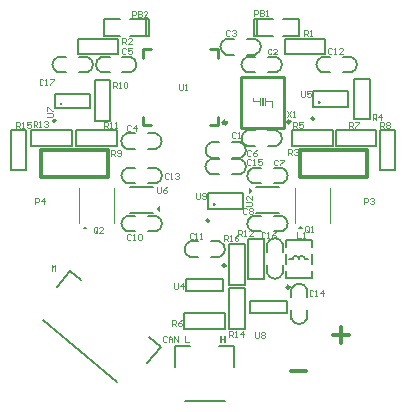
<source format=gto>
G04*
G04 #@! TF.GenerationSoftware,Altium Limited,Altium Designer,20.0.13 (296)*
G04*
G04 Layer_Color=65535*
%FSLAX44Y44*%
%MOMM*%
G71*
G01*
G75*
%ADD10C,0.2500*%
%ADD11C,0.2000*%
%ADD12C,0.2540*%
%ADD13C,0.3000*%
%ADD14C,0.2032*%
%ADD15C,0.1600*%
%ADD16C,0.1000*%
%ADD17C,0.1778*%
%ADD18C,0.3048*%
%ADD19C,0.2200*%
%ADD20C,0.3400*%
G36*
X965650Y494350D02*
X959990Y494350D01*
X962820Y497180D01*
X965650Y494350D01*
D01*
D02*
G37*
G36*
X1026250Y514760D02*
X1026250Y509100D01*
X1023420Y511930D01*
X1026250Y514760D01*
D01*
D02*
G37*
G36*
X1102056Y524116D02*
X1102056Y529776D01*
X1104886Y526946D01*
X1102056Y524116D01*
D01*
D02*
G37*
G36*
X1148432Y494316D02*
X1142772Y494316D01*
X1145602Y497146D01*
X1148432Y494316D01*
D01*
D02*
G37*
G36*
X1048536Y398846D02*
X1051754D01*
Y397764D01*
X1047242D01*
Y404116D01*
X1048536D01*
Y398846D01*
D02*
G37*
G36*
X1082327Y397764D02*
X1081032D01*
Y400565D01*
X1078508D01*
Y397764D01*
X1077214D01*
Y404162D01*
X1078508D01*
Y401647D01*
X1081032D01*
Y404162D01*
X1082327D01*
Y397764D01*
D02*
G37*
D10*
X1136112Y445436D02*
G03*
X1136112Y445436I-1250J0D01*
G01*
X1082010Y463550D02*
G03*
X1082010Y463550I-1250J0D01*
G01*
D11*
X1137666Y418841D02*
G03*
X1150874Y418841I6604J2291D01*
G01*
Y443743D02*
G03*
X1137666Y443743I-6604J-2291D01*
G01*
X1130300Y482097D02*
G03*
X1117092Y482097I-6604J-2291D01*
G01*
Y457195D02*
G03*
X1130300Y457195I6604J2291D01*
G01*
X1076711Y470916D02*
G03*
X1076711Y484124I-2291J6604D01*
G01*
X1051809D02*
G03*
X1051809Y470916I2291J-6604D01*
G01*
X1144016Y469298D02*
G03*
X1138936Y469298I-2540J0D01*
G01*
X1149096D02*
G03*
X1144016Y469298I-2540J0D01*
G01*
X1129837Y492522D02*
G03*
X1129837Y505730I-2291J6604D01*
G01*
X1104936D02*
G03*
X1104936Y492522I2291J-6604D01*
G01*
Y546370D02*
G03*
X1104936Y533162I2291J-6604D01*
G01*
X1129837D02*
G03*
X1129837Y546370I-2291J6604D01*
G01*
X1094491Y540766D02*
G03*
X1094491Y553974I-2291J6604D01*
G01*
X1069589D02*
G03*
X1069589Y540766I2291J-6604D01*
G01*
X1094491Y554736D02*
G03*
X1094491Y567944I-2291J6604D01*
G01*
X1069589D02*
G03*
X1069589Y554736I2291J-6604D01*
G01*
X1100069Y578104D02*
G03*
X1100069Y564896I2291J-6604D01*
G01*
X1124971D02*
G03*
X1124971Y578104I-2291J6604D01*
G01*
X1188471Y627126D02*
G03*
X1188471Y640334I-2291J6604D01*
G01*
X1163569D02*
G03*
X1163569Y627126I2291J-6604D01*
G01*
X1124971D02*
G03*
X1124971Y640334I-2291J6604D01*
G01*
X1100069D02*
G03*
X1100069Y627126I2291J-6604D01*
G01*
X1082289Y655558D02*
G03*
X1082289Y642350I2291J-6604D01*
G01*
X1107191D02*
G03*
X1107191Y655558I-2291J6604D01*
G01*
X1023371Y492506D02*
G03*
X1023371Y505714I-2291J6604D01*
G01*
X998469D02*
G03*
X998469Y492506I2291J-6604D01*
G01*
Y546370D02*
G03*
X998469Y533162I2291J-6604D01*
G01*
X1023371D02*
G03*
X1023371Y546370I-2291J6604D01*
G01*
X1023117Y562356D02*
G03*
X1023117Y575564I-2291J6604D01*
G01*
X998215D02*
G03*
X998215Y562356I2291J-6604D01*
G01*
X964951Y627126D02*
G03*
X964951Y640334I-2291J6604D01*
G01*
X940049D02*
G03*
X940049Y627126I2291J-6604D01*
G01*
X976879Y640334D02*
G03*
X976879Y627126I2291J-6604D01*
G01*
X1001781D02*
G03*
X1001781Y640334I-2291J6604D01*
G01*
X950285Y459107D02*
X959861Y451072D01*
X939036Y445701D02*
X950285Y459107D01*
X1015641Y381422D02*
X1026890Y394828D01*
X1017314Y402863D02*
X1026890Y394828D01*
X927290Y417701D02*
X990106Y364992D01*
X1089260Y377989D02*
Y395489D01*
X1076760D02*
X1089260D01*
X1039260D02*
X1051760D01*
X1039260Y377989D02*
Y395489D01*
X1047260Y348989D02*
X1081260D01*
X1102862Y423846D02*
X1133862D01*
X1102862Y433926D02*
X1133862D01*
X1102862Y423846D02*
Y433926D01*
X1133862Y423846D02*
Y433926D01*
X1137666Y418841D02*
Y425958D01*
X1150874Y418841D02*
Y425958D01*
X1137666Y436626D02*
Y443743D01*
X1150874Y436626D02*
Y443743D01*
X1130300Y474980D02*
Y482097D01*
X1117092Y474980D02*
Y482097D01*
X1130300Y457195D02*
Y464312D01*
X1117092Y457195D02*
Y464312D01*
X1048760Y441960D02*
X1079760D01*
X1048760Y452040D02*
X1079760D01*
X1048760Y441960D02*
Y452040D01*
X1079760Y441960D02*
Y452040D01*
X1069594Y470916D02*
X1076711D01*
X1069594Y484124D02*
X1076711D01*
X1051809Y470916D02*
X1058926D01*
X1051809Y484124D02*
X1058926D01*
X1149096Y469298D02*
X1152016D01*
X1136016D02*
X1138936D01*
X1155016Y465298D02*
Y473298D01*
X1133016Y465298D02*
Y473298D01*
X1122720Y492522D02*
X1129837D01*
X1122720Y505730D02*
X1129837D01*
X1104936Y492522D02*
X1112052D01*
X1104936Y505730D02*
X1112052D01*
X1107386Y508446D02*
X1127386D01*
X1107386Y530446D02*
X1127386D01*
X1104936Y546370D02*
X1112052D01*
X1104936Y533162D02*
X1112052D01*
X1122720Y546370D02*
X1129837D01*
X1122720Y533162D02*
X1129837D01*
X1087374Y540766D02*
X1094491D01*
X1087374Y553974D02*
X1094491D01*
X1069589Y540766D02*
X1076706D01*
X1069589Y553974D02*
X1076706D01*
X1087374Y554736D02*
X1094491D01*
X1087374Y567944D02*
X1094491D01*
X1069589Y554736D02*
X1076706D01*
X1069589Y567944D02*
X1076706D01*
X1100069Y578104D02*
X1107186D01*
X1100069Y564896D02*
X1107186D01*
X1117854Y578104D02*
X1124971D01*
X1117854Y564896D02*
X1124971D01*
X1181354Y627126D02*
X1188471D01*
X1181354Y640334D02*
X1188471D01*
X1163569Y627126D02*
X1170686D01*
X1163569Y640334D02*
X1170686D01*
X1117854Y627126D02*
X1124971D01*
X1117854Y640334D02*
X1124971D01*
X1100069Y627126D02*
X1107186D01*
X1100069Y640334D02*
X1107186D01*
X1082289Y655558D02*
X1089406D01*
X1082289Y642350D02*
X1089406D01*
X1100074Y655558D02*
X1107191D01*
X1100074Y642350D02*
X1107191D01*
X1016254Y492506D02*
X1023371D01*
X1016254Y505714D02*
X1023371D01*
X998469Y492506D02*
X1005586D01*
X998469Y505714D02*
X1005586D01*
X1000920Y530430D02*
X1020920D01*
X1000920Y508430D02*
X1020920D01*
X998469Y546370D02*
X1005586D01*
X998469Y533162D02*
X1005586D01*
X1016254Y546370D02*
X1023371D01*
X1016254Y533162D02*
X1023371D01*
X1016000Y562356D02*
X1023117D01*
X1016000Y575564D02*
X1023117D01*
X998215Y562356D02*
X1005332D01*
X998215Y575564D02*
X1005332D01*
X957834Y627126D02*
X964951D01*
X957834Y640334D02*
X964951D01*
X940049Y627126D02*
X947166D01*
X940049Y640334D02*
X947166D01*
X976879D02*
X983996D01*
X976879Y627126D02*
X983996D01*
X994664Y640334D02*
X1001781D01*
X994664Y627126D02*
X1001781D01*
D12*
X1072286Y515366D02*
G03*
X1072286Y515366I-254J0D01*
G01*
X1067562Y501650D02*
G03*
X1067562Y501650I-762J0D01*
G01*
X1161186Y601726D02*
G03*
X1161186Y601726I-254J0D01*
G01*
X1156462Y588010D02*
G03*
X1156462Y588010I-762J0D01*
G01*
X1136650Y585470D02*
G03*
X1136650Y585470I-1270J0D01*
G01*
X937768Y586232D02*
G03*
X937768Y586232I-762J0D01*
G01*
X942746Y600456D02*
G03*
X942746Y600456I-254J0D01*
G01*
X1011941Y639681D02*
Y646679D01*
X1018939D01*
X1075939Y639681D02*
Y646679D01*
X1068941D02*
X1075939D01*
X1011941Y582681D02*
Y589681D01*
Y582681D02*
X1018939D01*
X1068941D02*
X1075939D01*
Y589679D01*
D13*
X1079932Y584429D02*
G03*
X1079932Y584454I1500J13D01*
G01*
X1173166Y405130D02*
X1186495D01*
X1179830Y411795D02*
Y398465D01*
D14*
X1047115Y423164D02*
X1081405D01*
X1047115Y409956D02*
Y423164D01*
Y409956D02*
X1081405D01*
Y423164D01*
X1085088Y409956D02*
Y444246D01*
Y409956D02*
X1098296D01*
Y444246D01*
X1085088D02*
X1098296D01*
X1101344Y452247D02*
Y486537D01*
Y452247D02*
X1114552D01*
Y486537D01*
X1101344D02*
X1114552D01*
X1085088Y447421D02*
Y481711D01*
Y447421D02*
X1098296D01*
Y481711D01*
X1085088D02*
X1098296D01*
X1225804Y544195D02*
Y578485D01*
X1212596D02*
X1225804D01*
X1212596Y544195D02*
Y578485D01*
Y544195D02*
X1225804D01*
X1175385Y565277D02*
X1209675D01*
Y578485D01*
X1175385D02*
X1209675D01*
X1175385Y565277D02*
Y578485D01*
X1138555D02*
X1172845D01*
X1138555Y565277D02*
Y578485D01*
Y565277D02*
X1172845D01*
Y578485D01*
X1204214Y587375D02*
Y621665D01*
X1191006D02*
X1204214D01*
X1191006Y587375D02*
Y621665D01*
Y587375D02*
X1204214D01*
X1132205Y642366D02*
X1166495D01*
Y655574D01*
X1132205D02*
X1166495D01*
X1132205Y642366D02*
Y655574D01*
X955675Y564896D02*
X989965D01*
Y578104D01*
X955675D02*
X989965D01*
X955675Y564896D02*
Y578104D01*
X917575D02*
X951865D01*
X917575Y564896D02*
Y578104D01*
Y564896D02*
X951865D01*
Y578104D01*
X913384Y544195D02*
Y578485D01*
X900176D02*
X913384D01*
X900176Y544195D02*
Y578485D01*
Y544195D02*
X913384D01*
X984504Y586105D02*
Y620395D01*
X971296D02*
X984504D01*
X971296Y586105D02*
Y620395D01*
Y586105D02*
X984504D01*
X1130807Y658303D02*
X1144269D01*
X1144523D01*
Y672019D01*
Y672527D01*
X1130807D02*
X1144523D01*
X1108455Y658303D02*
X1122171D01*
X1108455Y658811D02*
Y672527D01*
X1108709D02*
X1122171D01*
X1105915Y658303D02*
X1108455D01*
X1105915D02*
Y672527D01*
X1108455D01*
X956945Y655574D02*
X991235D01*
X956945Y642366D02*
Y655574D01*
Y642366D02*
X991235D01*
Y655574D01*
X979171Y672527D02*
X992633D01*
X978917D02*
X979171D01*
X978917Y658811D02*
Y672527D01*
Y658303D02*
Y658811D01*
Y658303D02*
X992633D01*
X1001269Y672527D02*
X1014985D01*
Y658303D02*
Y672019D01*
X1001269Y658303D02*
X1014731D01*
X1014985Y672527D02*
X1017525D01*
Y658303D02*
Y672527D01*
X1014985Y658303D02*
X1017525D01*
D15*
X1133016Y453548D02*
X1133016Y459298D01*
X1133016Y453548D02*
X1155016D01*
X1155016Y459298D02*
X1155016Y453548D01*
X1133016Y479298D02*
Y485048D01*
X1155016D01*
Y479298D02*
Y485048D01*
D16*
X1170602Y499316D02*
X1170602Y529316D01*
X1140602D02*
X1140602Y499316D01*
X1104900Y602615D02*
X1111250D01*
X1115060D02*
X1121410D01*
X1104900D02*
Y605790D01*
X1121410Y598170D02*
Y602615D01*
X1111250Y599440D02*
Y605790D01*
X1112520Y599440D02*
X1113790D01*
X1112520D02*
Y605790D01*
X1113790D01*
Y599440D02*
Y605790D01*
X1115060Y599440D02*
Y605790D01*
X987820Y499350D02*
X987820Y529350D01*
X957820D02*
X957820Y499350D01*
X1134334Y594319D02*
X1137666Y589321D01*
Y594319D02*
X1134334Y589321D01*
X1139332D02*
X1140998D01*
X1140165D01*
Y594319D01*
X1139332Y593486D01*
X1056793Y524977D02*
Y520812D01*
X1057626Y519979D01*
X1059292D01*
X1060125Y520812D01*
Y524977D01*
X1061791Y520812D02*
X1062624Y519979D01*
X1064290D01*
X1065123Y520812D01*
Y524144D01*
X1064290Y524977D01*
X1062624D01*
X1061791Y524144D01*
Y523311D01*
X1062624Y522478D01*
X1065123D01*
X1106577Y407121D02*
Y402956D01*
X1107410Y402123D01*
X1109076D01*
X1109909Y402956D01*
Y407121D01*
X1111575Y406288D02*
X1112408Y407121D01*
X1114074D01*
X1114907Y406288D01*
Y405455D01*
X1114074Y404622D01*
X1114907Y403789D01*
Y402956D01*
X1114074Y402123D01*
X1112408D01*
X1111575Y402956D01*
Y403789D01*
X1112408Y404622D01*
X1111575Y405455D01*
Y406288D01*
X1112408Y404622D02*
X1114074D01*
X930951Y589179D02*
X935116D01*
X935949Y590012D01*
Y591678D01*
X935116Y592511D01*
X930951D01*
Y594177D02*
Y597509D01*
X931784D01*
X935116Y594177D01*
X935949D01*
X1024281Y529803D02*
Y525638D01*
X1025114Y524805D01*
X1026780D01*
X1027613Y525638D01*
Y529803D01*
X1032611D02*
X1030945Y528970D01*
X1029279Y527304D01*
Y525638D01*
X1030112Y524805D01*
X1031778D01*
X1032611Y525638D01*
Y526471D01*
X1031778Y527304D01*
X1029279D01*
X1145947Y611337D02*
Y607172D01*
X1146780Y606339D01*
X1148446D01*
X1149279Y607172D01*
Y611337D01*
X1154277D02*
X1150945D01*
Y608838D01*
X1152611Y609671D01*
X1153444D01*
X1154277Y608838D01*
Y607172D01*
X1153444Y606339D01*
X1151778D01*
X1150945Y607172D01*
X1038505Y448523D02*
Y444358D01*
X1039338Y443525D01*
X1041004D01*
X1041837Y444358D01*
Y448523D01*
X1046002Y443525D02*
Y448523D01*
X1043503Y446024D01*
X1046835D01*
X1099353Y514249D02*
X1103518D01*
X1104351Y515082D01*
Y516748D01*
X1103518Y517581D01*
X1099353D01*
X1104351Y522579D02*
Y519247D01*
X1101019Y522579D01*
X1100186D01*
X1099353Y521746D01*
Y520080D01*
X1100186Y519247D01*
X1042670Y617138D02*
Y612973D01*
X1043503Y612140D01*
X1045169D01*
X1046002Y612973D01*
Y617138D01*
X1047668Y612140D02*
X1049334D01*
X1048501D01*
Y617138D01*
X1047668Y616305D01*
X1080364Y484419D02*
Y489417D01*
X1082863D01*
X1083696Y488584D01*
Y486918D01*
X1082863Y486085D01*
X1080364D01*
X1082030D02*
X1083696Y484419D01*
X1085362D02*
X1087029D01*
X1086196D01*
Y489417D01*
X1085362Y488584D01*
X1092860Y489417D02*
X1091194Y488584D01*
X1089528Y486918D01*
Y485252D01*
X1090361Y484419D01*
X1092027D01*
X1092860Y485252D01*
Y486085D01*
X1092027Y486918D01*
X1089528D01*
X904596Y580431D02*
Y585429D01*
X907095D01*
X907928Y584596D01*
Y582930D01*
X907095Y582097D01*
X904596D01*
X906262D02*
X907928Y580431D01*
X909594D02*
X911261D01*
X910427D01*
Y585429D01*
X909594Y584596D01*
X917092Y585429D02*
X913760D01*
Y582930D01*
X915426Y583763D01*
X916259D01*
X917092Y582930D01*
Y581264D01*
X916259Y580431D01*
X914593D01*
X913760Y581264D01*
X1085190Y402885D02*
Y407883D01*
X1087689D01*
X1088522Y407050D01*
Y405384D01*
X1087689Y404551D01*
X1085190D01*
X1086856D02*
X1088522Y402885D01*
X1090188D02*
X1091854D01*
X1091021D01*
Y407883D01*
X1090188Y407050D01*
X1096853Y402885D02*
Y407883D01*
X1094354Y405384D01*
X1097686D01*
X919328Y580685D02*
Y585683D01*
X921827D01*
X922660Y584850D01*
Y583184D01*
X921827Y582351D01*
X919328D01*
X920994D02*
X922660Y580685D01*
X924326D02*
X925993D01*
X925160D01*
Y585683D01*
X924326Y584850D01*
X928492D02*
X929325Y585683D01*
X930991D01*
X931824Y584850D01*
Y584017D01*
X930991Y583184D01*
X930158D01*
X930991D01*
X931824Y582351D01*
Y581518D01*
X930991Y580685D01*
X929325D01*
X928492Y581518D01*
X1092810Y488483D02*
Y493481D01*
X1095309D01*
X1096142Y492648D01*
Y490982D01*
X1095309Y490149D01*
X1092810D01*
X1094476D02*
X1096142Y488483D01*
X1097808D02*
X1099474D01*
X1098642D01*
Y493481D01*
X1097808Y492648D01*
X1105306Y488483D02*
X1101974D01*
X1105306Y491815D01*
Y492648D01*
X1104473Y493481D01*
X1102807D01*
X1101974Y492648D01*
X979343Y579923D02*
Y584921D01*
X981842D01*
X982675Y584088D01*
Y582422D01*
X981842Y581589D01*
X979343D01*
X981009D02*
X982675Y579923D01*
X984342D02*
X986008D01*
X985174D01*
Y584921D01*
X984342Y584088D01*
X988507Y579923D02*
X990173D01*
X989340D01*
Y584921D01*
X988507Y584088D01*
X986384Y614213D02*
Y619211D01*
X988883D01*
X989716Y618378D01*
Y616712D01*
X988883Y615879D01*
X986384D01*
X988050D02*
X989716Y614213D01*
X991382D02*
X993048D01*
X992215D01*
Y619211D01*
X991382Y618378D01*
X995548D02*
X996381Y619211D01*
X998047D01*
X998880Y618378D01*
Y615046D01*
X998047Y614213D01*
X996381D01*
X995548Y615046D01*
Y618378D01*
X985165Y556301D02*
Y561299D01*
X987664D01*
X988497Y560466D01*
Y558800D01*
X987664Y557967D01*
X985165D01*
X986831D02*
X988497Y556301D01*
X990163Y557134D02*
X990996Y556301D01*
X992662D01*
X993495Y557134D01*
Y560466D01*
X992662Y561299D01*
X990996D01*
X990163Y560466D01*
Y559633D01*
X990996Y558800D01*
X993495D01*
X1212749Y580431D02*
Y585429D01*
X1215248D01*
X1216081Y584596D01*
Y582930D01*
X1215248Y582097D01*
X1212749D01*
X1214415D02*
X1216081Y580431D01*
X1217747Y584596D02*
X1218580Y585429D01*
X1220246D01*
X1221079Y584596D01*
Y583763D01*
X1220246Y582930D01*
X1221079Y582097D01*
Y581264D01*
X1220246Y580431D01*
X1218580D01*
X1217747Y581264D01*
Y582097D01*
X1218580Y582930D01*
X1217747Y583763D01*
Y584596D01*
X1218580Y582930D02*
X1220246D01*
X1186333Y580431D02*
Y585429D01*
X1188832D01*
X1189665Y584596D01*
Y582930D01*
X1188832Y582097D01*
X1186333D01*
X1187999D02*
X1189665Y580431D01*
X1191331Y585429D02*
X1194663D01*
Y584596D01*
X1191331Y581264D01*
Y580431D01*
X1036981Y412537D02*
Y417535D01*
X1039480D01*
X1040313Y416702D01*
Y415036D01*
X1039480Y414203D01*
X1036981D01*
X1038647D02*
X1040313Y412537D01*
X1045311Y417535D02*
X1043645Y416702D01*
X1041979Y415036D01*
Y413370D01*
X1042812Y412537D01*
X1044478D01*
X1045311Y413370D01*
Y414203D01*
X1044478Y415036D01*
X1041979D01*
X1138835Y580431D02*
Y585429D01*
X1141334D01*
X1142167Y584596D01*
Y582930D01*
X1141334Y582097D01*
X1138835D01*
X1140501D02*
X1142167Y580431D01*
X1147165Y585429D02*
X1143833D01*
Y582930D01*
X1145499Y583763D01*
X1146332D01*
X1147165Y582930D01*
Y581264D01*
X1146332Y580431D01*
X1144666D01*
X1143833Y581264D01*
X1206399Y587289D02*
Y592287D01*
X1208898D01*
X1209731Y591454D01*
Y589788D01*
X1208898Y588955D01*
X1206399D01*
X1208065D02*
X1209731Y587289D01*
X1213896D02*
Y592287D01*
X1211397Y589788D01*
X1214729D01*
X1134517Y557063D02*
Y562061D01*
X1137016D01*
X1137849Y561228D01*
Y559562D01*
X1137016Y558729D01*
X1134517D01*
X1136183D02*
X1137849Y557063D01*
X1139515Y561228D02*
X1140348Y562061D01*
X1142014D01*
X1142847Y561228D01*
Y560395D01*
X1142014Y559562D01*
X1141181D01*
X1142014D01*
X1142847Y558729D01*
Y557896D01*
X1142014Y557063D01*
X1140348D01*
X1139515Y557896D01*
X994055Y651043D02*
Y656041D01*
X996554D01*
X997387Y655208D01*
Y653542D01*
X996554Y652709D01*
X994055D01*
X995721D02*
X997387Y651043D01*
X1002385D02*
X999053D01*
X1002385Y654375D01*
Y655208D01*
X1001552Y656041D01*
X999886D01*
X999053Y655208D01*
X1148558Y658155D02*
Y663153D01*
X1151057D01*
X1151890Y662320D01*
Y660654D01*
X1151057Y659821D01*
X1148558D01*
X1150224D02*
X1151890Y658155D01*
X1153556D02*
X1155222D01*
X1154389D01*
Y663153D01*
X1153556Y662320D01*
X973511Y491856D02*
Y495188D01*
X972678Y496021D01*
X971012D01*
X970179Y495188D01*
Y491856D01*
X971012Y491023D01*
X972678D01*
X971845Y492689D02*
X973511Y491023D01*
X972678D02*
X973511Y491856D01*
X978509Y491023D02*
X975177D01*
X978509Y494355D01*
Y495188D01*
X977676Y496021D01*
X976010D01*
X975177Y495188D01*
X1152652Y492618D02*
Y495950D01*
X1151819Y496783D01*
X1150153D01*
X1149320Y495950D01*
Y492618D01*
X1150153Y491785D01*
X1151819D01*
X1150986Y493451D02*
X1152652Y491785D01*
X1151819D02*
X1152652Y492618D01*
X1154318Y491785D02*
X1155984D01*
X1155151D01*
Y496783D01*
X1154318Y495950D01*
X921004Y515620D02*
Y520618D01*
X923503D01*
X924336Y519785D01*
Y518119D01*
X923503Y517286D01*
X921004D01*
X928502Y515620D02*
Y520618D01*
X926002Y518119D01*
X929335D01*
X1199134Y515620D02*
Y520618D01*
X1201633D01*
X1202466Y519785D01*
Y518119D01*
X1201633Y517286D01*
X1199134D01*
X1204132Y519785D02*
X1204965Y520618D01*
X1206631D01*
X1207465Y519785D01*
Y518952D01*
X1206631Y518119D01*
X1205798D01*
X1206631D01*
X1207465Y517286D01*
Y516453D01*
X1206631Y515620D01*
X1204965D01*
X1204132Y516453D01*
X1002477Y674157D02*
Y679155D01*
X1004977D01*
X1005810Y678322D01*
Y676656D01*
X1004977Y675823D01*
X1002477D01*
X1007476Y679155D02*
Y674157D01*
X1009975D01*
X1010808Y674990D01*
Y675823D01*
X1009975Y676656D01*
X1007476D01*
X1009975D01*
X1010808Y677489D01*
Y678322D01*
X1009975Y679155D01*
X1007476D01*
X1015807Y674157D02*
X1012474D01*
X1015807Y677489D01*
Y678322D01*
X1014973Y679155D01*
X1013307D01*
X1012474Y678322D01*
X1105927Y674665D02*
Y679663D01*
X1108426D01*
X1109259Y678830D01*
Y677164D01*
X1108426Y676331D01*
X1105927D01*
X1110925Y679663D02*
Y674665D01*
X1113424D01*
X1114257Y675498D01*
Y676331D01*
X1113424Y677164D01*
X1110925D01*
X1113424D01*
X1114257Y677997D01*
Y678830D01*
X1113424Y679663D01*
X1110925D01*
X1115923Y674665D02*
X1117589D01*
X1116756D01*
Y679663D01*
X1115923Y678830D01*
X1142208Y491957D02*
Y486959D01*
X1145540D01*
X1147206D02*
X1148872D01*
X1148039D01*
Y491957D01*
X1147206Y491124D01*
X1031972Y402986D02*
X1031139Y403819D01*
X1029473D01*
X1028640Y402986D01*
Y399654D01*
X1029473Y398821D01*
X1031139D01*
X1031972Y399654D01*
X1033638Y398821D02*
Y402153D01*
X1035304Y403819D01*
X1036970Y402153D01*
Y398821D01*
Y401320D01*
X1033638D01*
X1038636Y398821D02*
Y403819D01*
X1041969Y398821D01*
Y403819D01*
X934578Y458765D02*
Y463763D01*
X936244Y462097D01*
X937910Y463763D01*
Y458765D01*
X927740Y620918D02*
X926907Y621751D01*
X925241D01*
X924408Y620918D01*
Y617586D01*
X925241Y616753D01*
X926907D01*
X927740Y617586D01*
X929406Y616753D02*
X931072D01*
X930239D01*
Y621751D01*
X929406Y620918D01*
X933572Y621751D02*
X936904D01*
Y620918D01*
X933572Y617586D01*
Y616753D01*
X1115700Y491378D02*
X1114867Y492211D01*
X1113201D01*
X1112368Y491378D01*
Y488046D01*
X1113201Y487213D01*
X1114867D01*
X1115700Y488046D01*
X1117366Y487213D02*
X1119033D01*
X1118199D01*
Y492211D01*
X1117366Y491378D01*
X1124864Y492211D02*
X1123198Y491378D01*
X1121532Y489712D01*
Y488046D01*
X1122365Y487213D01*
X1124031D01*
X1124864Y488046D01*
Y488879D01*
X1124031Y489712D01*
X1121532D01*
X1103762Y552846D02*
X1102929Y553679D01*
X1101263D01*
X1100430Y552846D01*
Y549514D01*
X1101263Y548681D01*
X1102929D01*
X1103762Y549514D01*
X1105428Y548681D02*
X1107094D01*
X1106262D01*
Y553679D01*
X1105428Y552846D01*
X1112926Y553679D02*
X1109594D01*
Y551180D01*
X1111260Y552013D01*
X1112093D01*
X1112926Y551180D01*
Y549514D01*
X1112093Y548681D01*
X1110427D01*
X1109594Y549514D01*
X1156340Y442356D02*
X1155507Y443189D01*
X1153841D01*
X1153008Y442356D01*
Y439024D01*
X1153841Y438191D01*
X1155507D01*
X1156340Y439024D01*
X1158006Y438191D02*
X1159672D01*
X1158839D01*
Y443189D01*
X1158006Y442356D01*
X1164671Y438191D02*
Y443189D01*
X1162172Y440690D01*
X1165504D01*
X1033658Y541416D02*
X1032825Y542249D01*
X1031159D01*
X1030326Y541416D01*
Y538084D01*
X1031159Y537251D01*
X1032825D01*
X1033658Y538084D01*
X1035324Y537251D02*
X1036991D01*
X1036158D01*
Y542249D01*
X1035324Y541416D01*
X1039490D02*
X1040323Y542249D01*
X1041989D01*
X1042822Y541416D01*
Y540583D01*
X1041989Y539750D01*
X1041156D01*
X1041989D01*
X1042822Y538917D01*
Y538084D01*
X1041989Y537251D01*
X1040323D01*
X1039490Y538084D01*
X1171834Y646826D02*
X1171001Y647659D01*
X1169335D01*
X1168502Y646826D01*
Y643494D01*
X1169335Y642661D01*
X1171001D01*
X1171834Y643494D01*
X1173500Y642661D02*
X1175166D01*
X1174333D01*
Y647659D01*
X1173500Y646826D01*
X1180998Y642661D02*
X1177666D01*
X1180998Y645993D01*
Y646826D01*
X1180165Y647659D01*
X1178499D01*
X1177666Y646826D01*
X1054811Y490616D02*
X1053978Y491449D01*
X1052312D01*
X1051479Y490616D01*
Y487284D01*
X1052312Y486451D01*
X1053978D01*
X1054811Y487284D01*
X1056478Y486451D02*
X1058144D01*
X1057310D01*
Y491449D01*
X1056478Y490616D01*
X1060643Y486451D02*
X1062309D01*
X1061476D01*
Y491449D01*
X1060643Y490616D01*
X1001908Y489346D02*
X1001075Y490179D01*
X999409D01*
X998576Y489346D01*
Y486014D01*
X999409Y485181D01*
X1001075D01*
X1001908Y486014D01*
X1003574Y485181D02*
X1005240D01*
X1004408D01*
Y490179D01*
X1003574Y489346D01*
X1007740D02*
X1008573Y490179D01*
X1010239D01*
X1011072Y489346D01*
Y486014D01*
X1010239Y485181D01*
X1008573D01*
X1007740Y486014D01*
Y489346D01*
X1099749Y511444D02*
X1098916Y512277D01*
X1097250D01*
X1096417Y511444D01*
Y508112D01*
X1097250Y507279D01*
X1098916D01*
X1099749Y508112D01*
X1101415Y511444D02*
X1102248Y512277D01*
X1103914D01*
X1104747Y511444D01*
Y510611D01*
X1103914Y509778D01*
X1104747Y508945D01*
Y508112D01*
X1103914Y507279D01*
X1102248D01*
X1101415Y508112D01*
Y508945D01*
X1102248Y509778D01*
X1101415Y510611D01*
Y511444D01*
X1102248Y509778D02*
X1103914D01*
X1126419Y552592D02*
X1125586Y553425D01*
X1123920D01*
X1123087Y552592D01*
Y549260D01*
X1123920Y548427D01*
X1125586D01*
X1126419Y549260D01*
X1128085Y553425D02*
X1131417D01*
Y552592D01*
X1128085Y549260D01*
Y548427D01*
X1103813Y560466D02*
X1102980Y561299D01*
X1101314D01*
X1100481Y560466D01*
Y557134D01*
X1101314Y556301D01*
X1102980D01*
X1103813Y557134D01*
X1108811Y561299D02*
X1107145Y560466D01*
X1105479Y558800D01*
Y557134D01*
X1106312Y556301D01*
X1107978D01*
X1108811Y557134D01*
Y557967D01*
X1107978Y558800D01*
X1105479D01*
X997641Y647080D02*
X996808Y647913D01*
X995142D01*
X994309Y647080D01*
Y643748D01*
X995142Y642915D01*
X996808D01*
X997641Y643748D01*
X1002639Y647913D02*
X999307D01*
Y645414D01*
X1000973Y646247D01*
X1001806D01*
X1002639Y645414D01*
Y643748D01*
X1001806Y642915D01*
X1000140D01*
X999307Y643748D01*
X1001705Y582056D02*
X1000872Y582889D01*
X999206D01*
X998373Y582056D01*
Y578724D01*
X999206Y577891D01*
X1000872D01*
X1001705Y578724D01*
X1005870Y577891D02*
Y582889D01*
X1003371Y580390D01*
X1006703D01*
X1085525Y662066D02*
X1084692Y662899D01*
X1083026D01*
X1082193Y662066D01*
Y658734D01*
X1083026Y657901D01*
X1084692D01*
X1085525Y658734D01*
X1087191Y662066D02*
X1088024Y662899D01*
X1089690D01*
X1090523Y662066D01*
Y661233D01*
X1089690Y660400D01*
X1088857D01*
X1089690D01*
X1090523Y659567D01*
Y658734D01*
X1089690Y657901D01*
X1088024D01*
X1087191Y658734D01*
X1120831Y646572D02*
X1119998Y647405D01*
X1118332D01*
X1117499Y646572D01*
Y643240D01*
X1118332Y642407D01*
X1119998D01*
X1120831Y643240D01*
X1125829Y642407D02*
X1122497D01*
X1125829Y645739D01*
Y646572D01*
X1124996Y647405D01*
X1123330D01*
X1122497Y646572D01*
X1090422Y575960D02*
X1089589Y576793D01*
X1087923D01*
X1087090Y575960D01*
Y572628D01*
X1087923Y571795D01*
X1089589D01*
X1090422Y572628D01*
X1092088Y571795D02*
X1093754D01*
X1092921D01*
Y576793D01*
X1092088Y575960D01*
D17*
X1067040Y511556D02*
X1097040D01*
X1067040Y524764D02*
X1097040D01*
Y511556D02*
Y524764D01*
X1067040Y511556D02*
Y524764D01*
X1155940Y597916D02*
X1185940D01*
X1155940Y611124D02*
X1185940D01*
Y597916D02*
Y611124D01*
X1155940Y597916D02*
Y611124D01*
X937500Y597408D02*
Y608838D01*
X967500Y597408D02*
Y608838D01*
X937500D02*
X967500D01*
X937500Y597408D02*
X967500D01*
D18*
X1145159Y561086D02*
X1201801D01*
X1145159Y538734D02*
X1201801D01*
X1145159D02*
Y561086D01*
X1201801Y538734D02*
Y561086D01*
X925449Y538734D02*
X982091D01*
X925449Y561086D02*
X982091D01*
Y538734D02*
Y561086D01*
X925449Y538734D02*
Y561086D01*
D19*
X1131570Y580390D02*
Y623570D01*
X1094740D02*
X1131570D01*
X1094740Y580390D02*
Y623570D01*
Y580390D02*
X1131570D01*
D20*
X1137097Y374396D02*
X1150426D01*
M02*

</source>
